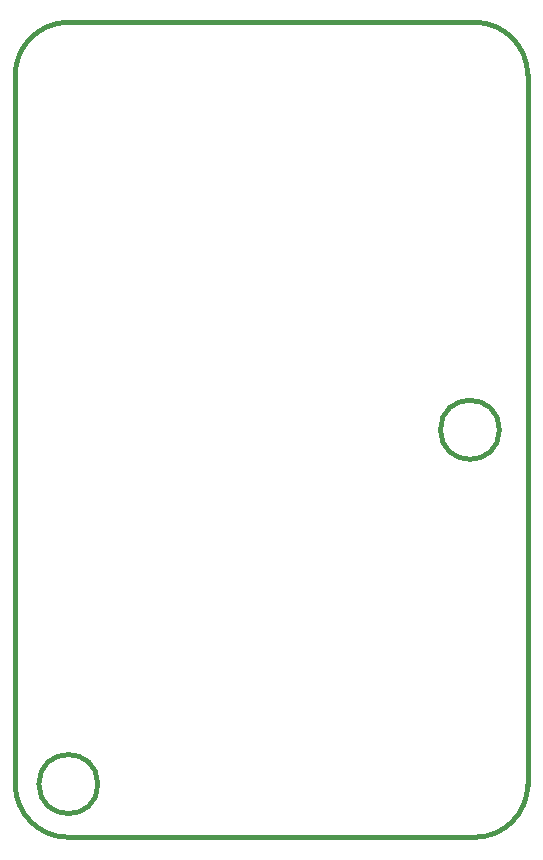
<source format=gbr>
G04 #@! TF.GenerationSoftware,KiCad,Pcbnew,5.0.2-bee76a0~70~ubuntu18.04.1*
G04 #@! TF.CreationDate,2019-09-06T11:31:54+02:00*
G04 #@! TF.ProjectId,respira_fiware,72657370-6972-4615-9f66-69776172652e,1.0*
G04 #@! TF.SameCoordinates,Original*
G04 #@! TF.FileFunction,Profile,NP*
%FSLAX46Y46*%
G04 Gerber Fmt 4.6, Leading zero omitted, Abs format (unit mm)*
G04 Created by KiCad (PCBNEW 5.0.2-bee76a0~70~ubuntu18.04.1) date vie 06 sep 2019 11:31:54 CEST*
%MOMM*%
%LPD*%
G01*
G04 APERTURE LIST*
%ADD10C,0.381000*%
G04 APERTURE END LIST*
D10*
X73400000Y-120000000D02*
X107900000Y-120000000D01*
X73400000Y-51000000D02*
X107800000Y-51000000D01*
X112300000Y-115600000D02*
X112300000Y-55500000D01*
X112300000Y-115500000D02*
G75*
G02X107800000Y-120000000I-4500000J0D01*
G01*
X107800000Y-51000000D02*
G75*
G02X112300000Y-55500000I0J-4500000D01*
G01*
X68900000Y-55500000D02*
G75*
G02X73400000Y-51000000I4500000J0D01*
G01*
X73400000Y-120000000D02*
G75*
G02X68900000Y-115500000I0J4500000D01*
G01*
X68900000Y-55500000D02*
X68900000Y-115500000D01*
X75900000Y-115500000D02*
G75*
G03X75900000Y-115500000I-2500000J0D01*
G01*
X109900000Y-85500000D02*
G75*
G03X109900000Y-85500000I-2500000J0D01*
G01*
M02*

</source>
